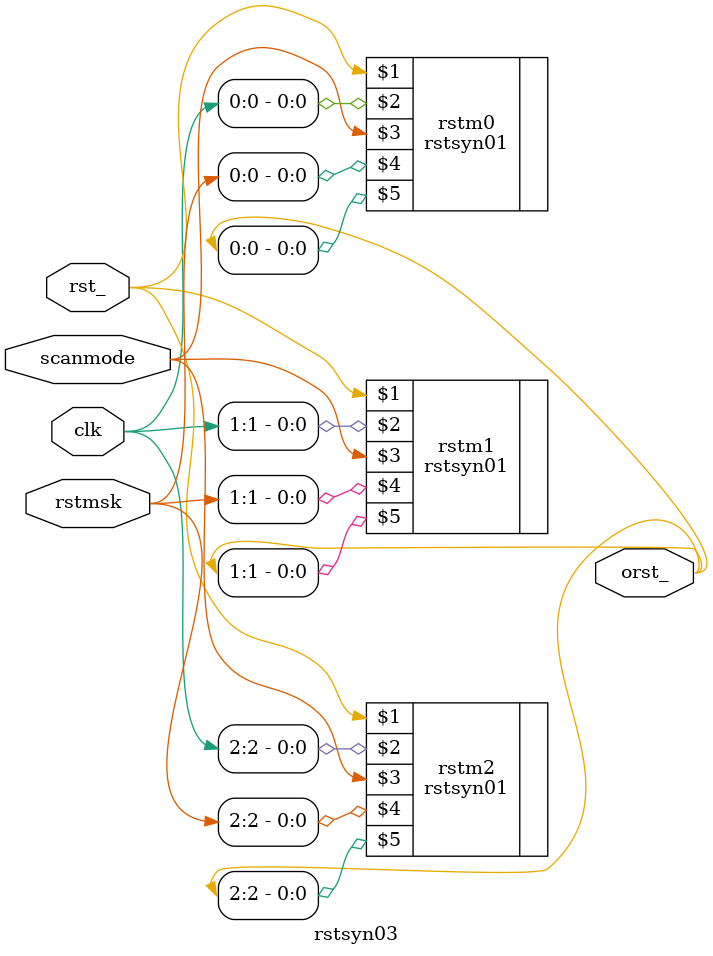
<source format=v>

module rstsyn03
    (
     rst_,
     clk,
     scanmode,
     rstmsk,
     orst_
     );

////////////////////////////////////////////////////////////////////////////////
// Parameter declarations



////////////////////////////////////////////////////////////////////////////////
// Port declarations

input           rst_;
input  [2:0]    clk;
input           scanmode;
input  [2:0]    rstmsk;
output [2:0]    orst_;

////////////////////////////////////////////////////////////////////////////////
// Output declarations

wire    [2:0]   orst_;


////////////////////////////////////////////////////////////////////////////////
// Local logic and instantiation

rstsyn01 rstm0  (rst_, clk[0],  scanmode, rstmsk[0],  orst_[0]);
rstsyn01 rstm1  (rst_, clk[1],  scanmode, rstmsk[1],  orst_[1]);
rstsyn01 rstm2  (rst_, clk[2],  scanmode, rstmsk[2],  orst_[2]);
 
endmodule 


</source>
